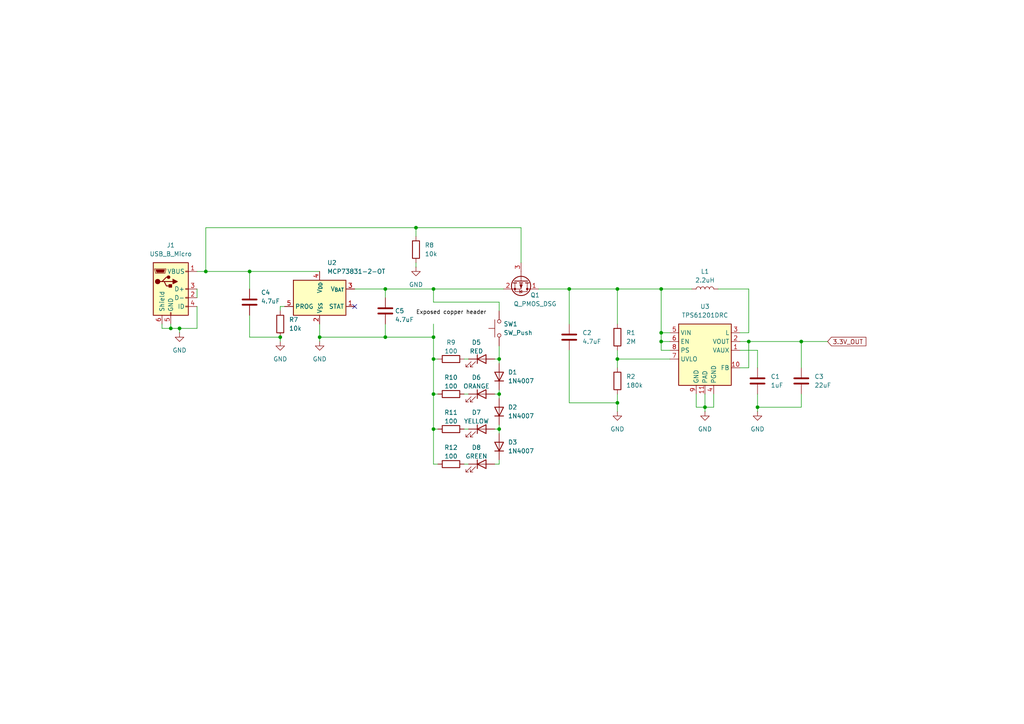
<source format=kicad_sch>
(kicad_sch (version 20231120) (generator "eeschema") (generator_version "8.0")
  (paper "A4")
  (title_block (title "USB C Battery Charger and Source"))
  (lib_symbols
    (symbol "Battery_Management:MCP73831-2-OT"
      (property "Reference" "U" (at -7.62 6.35 0))
      (property "Value" "MCP73831-2-OT" (at 1.27 6.35 0))
      (symbol "MCP73831-2-OT_0_1"
        (rectangle (start -7.62 5.08) (end 7.62 -5.08) (stroke (width 0.254)) (fill (type background)))
      )
      (symbol "MCP73831-2-OT_1_1"
        (pin tri_state line (at 10.16 -2.54 180) (length 2.54) (name "STAT") (number "1"))
        (pin power_in line (at 0 -7.62 90) (length 2.54) (name "V_{SS}") (number "2"))
        (pin power_out line (at 10.16 2.54 180) (length 2.54) (name "V_{BAT}") (number "3"))
        (pin power_in line (at 0 7.62 270) (length 2.54) (name "V_{DD}") (number "4"))
        (pin input line (at -10.16 -2.54 0) (length 2.54) (name "PROG") (number "5"))
      )
    )
    (symbol "Connector:USB_B_Micro" (pin_names (offset 1.016))
      (property "Reference" "J" (at -5.08 11.43 0))
      (property "Value" "USB_B_Micro" (at -5.08 8.89 0))
      (symbol "USB_B_Micro_0_1"
        (rectangle (start -5.08 -7.62) (end 5.08 7.62) (stroke (width 0.254)) (fill (type background)))
        (circle (center -3.81 2.159) (radius 0.635) (stroke (width 0.254)) (fill (type outline)))
        (circle (center -0.635 3.429) (radius 0.381) (stroke (width 0.254)) (fill (type outline)))
        (rectangle (start -0.127 -7.62) (end 0.127 -6.858))
        (polyline (pts (xy -1.905 2.159) (xy 0.635 2.159)) (stroke (width 0.254)))
        (polyline (pts (xy -3.175 2.159) (xy -2.54 2.159) (xy -1.27 3.429) (xy -0.635 3.429)) (stroke (width 0.254)))
        (polyline (pts (xy -2.54 2.159) (xy -1.905 2.159) (xy -1.27 0.889) (xy 0 0.889)) (stroke (width 0.254)))
        (polyline (pts (xy 0.635 2.794) (xy 0.635 1.524) (xy 1.905 2.159) (xy 0.635 2.794)) (stroke (width 0.254)) (fill (type outline)))
        (polyline (pts (xy -4.318 5.588) (xy -1.778 5.588) (xy -2.032 4.826) (xy -4.064 4.826) (xy -4.318 5.588)) (fill (type outline)))
        (polyline (pts (xy -4.699 5.842) (xy -4.699 5.588) (xy -4.445 4.826) (xy -4.445 4.572) (xy -1.651 4.572) (xy -1.651 4.826) (xy -1.397 5.588) (xy -1.397 5.842) (xy -4.699 5.842)))
        (rectangle (start 0.254 1.27) (end -0.508 0.508) (stroke (width 0.254)) (fill (type outline)))
        (rectangle (start 5.08 -5.207) (end 4.318 -4.953))
        (rectangle (start 5.08 -2.667) (end 4.318 -2.413))
        (rectangle (start 5.08 -0.127) (end 4.318 0.127))
        (rectangle (start 5.08 4.953) (end 4.318 5.207))
      )
      (symbol "USB_B_Micro_1_1"
        (pin power_out line (at 7.62 5.08 180) (length 2.54) (name "VBUS") (number "1"))
        (pin bidirectional line (at 7.62 -2.54 180) (length 2.54) (name "D-") (number "2"))
        (pin bidirectional line (at 7.62 0 180) (length 2.54) (name "D+") (number "3"))
        (pin passive line (at 7.62 -5.08 180) (length 2.54) (name "ID") (number "4"))
        (pin power_out line (at 0 -10.16 90) (length 2.54) (name "GND") (number "5"))
        (pin passive line (at -2.54 -10.16 90) (length 2.54) (name "Shield") (number "6"))
      )
    )
    (symbol "Device:C" (pin_numbers hide) (pin_names (offset 0.254))
      (property "Reference" "C" (at 0.635 2.54 0))
      (property "Value" "C" (at 0.635 -2.54 0))
      (symbol "C_0_1"
        (polyline (pts (xy -2.032 -0.762) (xy 2.032 -0.762)) (stroke (width 0.508)))
        (polyline (pts (xy -2.032 0.762) (xy 2.032 0.762)) (stroke (width 0.508)))
      )
      (symbol "C_1_1"
        (pin passive line (at 0 3.81 270) (length 2.794) (name "~") (number "1"))
        (pin passive line (at 0 -3.81 90) (length 2.794) (name "~") (number "2"))
      )
    )
    (symbol "Device:L" (pin_numbers hide) (pin_names (offset 1.016) hide)
      (property "Reference" "L" (at -1.27 0 90))
      (property "Value" "L" (at 1.905 0 90))
      (symbol "L_0_1"
        (arc (start 0 -2.54) (mid 0.6323 -1.905) (end 0 -1.27))
        (arc (start 0 -1.27) (mid 0.6323 -0.635) (end 0 0))
        (arc (start 0 0) (mid 0.6323 0.635) (end 0 1.27))
        (arc (start 0 1.27) (mid 0.6323 1.905) (end 0 2.54))
      )
      (symbol "L_1_1"
        (pin passive line (at 0 3.81 270) (length 1.27) (name "1") (number "1"))
        (pin passive line (at 0 -3.81 90) (length 1.27) (name "2") (number "2"))
      )
    )
    (symbol "Device:LED" (pin_numbers hide) (pin_names (offset 1.016) hide)
      (property "Reference" "D" (at 0 2.54 0))
      (property "Value" "LED" (at 0 -2.54 0))
      (symbol "LED_0_1"
        (polyline (pts (xy -1.27 -1.27) (xy -1.27 1.27)) (stroke (width 0.254)))
        (polyline (pts (xy -1.27 0) (xy 1.27 0)))
        (polyline (pts (xy 1.27 -1.27) (xy 1.27 1.27) (xy -1.27 0) (xy 1.27 -1.27)) (stroke (width 0.254)))
        (polyline (pts (xy -3.048 -0.762) (xy -4.572 -2.286) (xy -3.81 -2.286) (xy -4.572 -2.286) (xy -4.572 -1.524)))
        (polyline (pts (xy -1.778 -0.762) (xy -3.302 -2.286) (xy -2.54 -2.286) (xy -3.302 -2.286) (xy -3.302 -1.524)))
      )
      (symbol "LED_1_1"
        (pin passive line (at -3.81 0 0) (length 2.54) (name "K") (number "1"))
        (pin passive line (at 3.81 0 180) (length 2.54) (name "A") (number "2"))
      )
    )
    (symbol "Device:Q_PMOS_DSG" (pin_names (offset 0) hide)
      (property "Reference" "Q" (at 5.08 1.27 0))
      (property "Value" "Q_PMOS_DSG" (at 5.08 -1.27 0))
      (symbol "Q_PMOS_DSG_0_1"
        (polyline (pts (xy 0.254 0) (xy -2.54 0)))
        (polyline (pts (xy 0.254 1.905) (xy 0.254 -1.905)) (stroke (width 0.254)))
        (polyline (pts (xy 0.762 -1.27) (xy 0.762 -2.286)) (stroke (width 0.254)))
        (polyline (pts (xy 0.762 0.508) (xy 0.762 -0.508)) (stroke (width 0.254)))
        (polyline (pts (xy 0.762 2.286) (xy 0.762 1.27)) (stroke (width 0.254)))
        (polyline (pts (xy 2.54 2.54) (xy 2.54 1.778)))
        (polyline (pts (xy 2.54 -2.54) (xy 2.54 0) (xy 0.762 0)))
        (polyline (pts (xy 0.762 1.778) (xy 3.302 1.778) (xy 3.302 -1.778) (xy 0.762 -1.778)))
        (polyline (pts (xy 2.286 0) (xy 1.27 0.381) (xy 1.27 -0.381) (xy 2.286 0)) (fill (type outline)))
        (polyline (pts (xy 2.794 -0.508) (xy 2.921 -0.381) (xy 3.683 -0.381) (xy 3.81 -0.254)))
        (polyline (pts (xy 3.302 -0.381) (xy 2.921 0.254) (xy 3.683 0.254) (xy 3.302 -0.381)))
        (circle (center 1.651 0) (radius 2.794) (stroke (width 0.254)))
        (circle (center 2.54 -1.778) (radius 0.254) (fill (type outline)))
        (circle (center 2.54 1.778) (radius 0.254) (fill (type outline)))
      )
      (symbol "Q_PMOS_DSG_1_1"
        (pin passive line (at 2.54 5.08 270) (length 2.54) (name "D") (number "1"))
        (pin passive line (at 2.54 -5.08 90) (length 2.54) (name "S") (number "2"))
        (pin input line (at -5.08 0 0) (length 2.54) (name "G") (number "3"))
      )
    )
    (symbol "Device:R" (pin_numbers hide) (pin_names (offset 0))
      (property "Reference" "R" (at 2.032 0 90))
      (property "Value" "R" (at 0 0 90))
      (symbol "R_0_1"
        (rectangle (start -1.016 -2.54) (end 1.016 2.54) (stroke (width 0.254)))
      )
      (symbol "R_1_1"
        (pin passive line (at 0 3.81 270) (length 1.27) (name "~") (number "1"))
        (pin passive line (at 0 -3.81 90) (length 1.27) (name "~") (number "2"))
      )
    )
    (symbol "Diode:1N4007" (pin_numbers hide) (pin_names hide)
      (property "Reference" "D" (at 0 2.54 0))
      (property "Value" "1N4007" (at 0 -2.54 0))
      (symbol "1N4007_0_1"
        (polyline (pts (xy -1.27 1.27) (xy -1.27 -1.27)) (stroke (width 0.254)))
        (polyline (pts (xy 1.27 0) (xy -1.27 0)))
        (polyline (pts (xy 1.27 1.27) (xy 1.27 -1.27) (xy -1.27 0) (xy 1.27 1.27)) (stroke (width 0.254)))
      )
      (symbol "1N4007_1_1"
        (pin passive line (at -3.81 0 0) (length 2.54) (name "K") (number "1"))
        (pin passive line (at 3.81 0 180) (length 2.54) (name "A") (number "2"))
      )
    )
    (symbol "Regulator_Switching:TPS61201DRC"
      (property "Reference" "U" (at -10.16 8.89 0))
      (property "Value" "TPS61201DRC" (at -2.54 8.89 0))
      (symbol "TPS61201DRC_0_1"
        (rectangle (start -7.62 7.62) (end 7.62 -10.16) (stroke (width 0.254)) (fill (type background)))
      )
      (symbol "TPS61201DRC_1_1"
        (pin bidirectional line (at 10.16 0 180) (length 2.54) (name "VAUX") (number "1"))
        (pin input line (at 10.16 -5.08 180) (length 2.54) (name "FB") (number "10"))
        (pin power_in line (at 0 -12.7 90) (length 2.54) (name "PAD") (number "11"))
        (pin power_out line (at 10.16 2.54 180) (length 2.54) (name "VOUT") (number "2"))
        (pin input line (at 10.16 5.08 180) (length 2.54) (name "L") (number "3"))
        (pin power_in line (at 2.54 -12.7 90) (length 2.54) (name "PGND") (number "4"))
        (pin power_in line (at -10.16 5.08 0) (length 2.54) (name "VIN") (number "5"))
        (pin input line (at -10.16 2.54 0) (length 2.54) (name "EN") (number "6"))
        (pin input line (at -10.16 -2.54 0) (length 2.54) (name "UVLO") (number "7"))
        (pin input line (at -10.16 0 0) (length 2.54) (name "PS") (number "8"))
        (pin power_in line (at -2.54 -12.7 90) (length 2.54) (name "GND") (number "9"))
      )
    )
    (symbol "Switch:SW_Push" (pin_numbers hide) (pin_names (offset 1.016) hide)
      (property "Reference" "SW" (at 1.27 2.54 0))
      (property "Value" "SW_Push" (at 0 -1.524 0))
      (symbol "SW_Push_0_1"
        (circle (center -2.032 0) (radius 0.508))
        (polyline (pts (xy 0 1.27) (xy 0 3.048)))
        (polyline (pts (xy 2.54 1.27) (xy -2.54 1.27)))
        (circle (center 2.032 0) (radius 0.508))
        (pin passive line (at -5.08 0 0) (length 2.54) (name "1") (number "1"))
        (pin passive line (at 5.08 0 180) (length 2.54) (name "2") (number "2"))
      )
    )
    (symbol "power:GND" (power) (pin_numbers hide) (pin_names (offset 0) hide)
      (property "Value" "GND" (at 0 -3.81 0))
      (symbol "GND_0_1"
        (polyline (pts (xy 0 0) (xy 0 -1.27) (xy 1.27 -1.27) (xy 0 -2.54) (xy -1.27 -1.27) (xy 0 -1.27)))
      )
      (symbol "GND_1_1"
        (pin power_in line (at 0 0 270) (length 0) (name "~") (number "1"))
      )
    )
  )
  (junction (at 52.07 95.25))
  (junction (at 49.53 95.25))
  (junction (at 144.78 104.14))
  (junction (at 59.69 78.74))
  (junction (at 125.73 124.46))
  (junction (at 232.41 99.06))
  (junction (at 125.73 83.82))
  (junction (at 111.76 97.79))
  (junction (at 191.77 99.06))
  (junction (at 144.78 114.3))
  (junction (at 204.47 118.11))
  (junction (at 217.17 99.06))
  (junction (at 125.73 104.14))
  (junction (at 144.78 124.46))
  (junction (at 92.71 97.79))
  (junction (at 165.1 83.82))
  (junction (at 120.65 66.04))
  (junction (at 219.71 118.11))
  (junction (at 179.07 116.84))
  (junction (at 72.39 78.74))
  (junction (at 179.07 83.82))
  (junction (at 179.07 104.14))
  (junction (at 111.76 83.82))
  (junction (at 191.77 83.82))
  (junction (at 125.73 114.3))
  (junction (at 125.73 97.79))
  (junction (at 81.28 97.79))
  (junction (at 191.77 96.52))
  (no_connect (at 102.87 88.9))
  (wire (pts (xy 179.07 116.84) (xy 179.07 114.3)))
  (wire (pts (xy 134.62 104.14) (xy 135.89 104.14)))
  (wire (pts (xy 59.69 78.74) (xy 72.39 78.74)))
  (wire (pts (xy 125.73 124.46) (xy 127 124.46)))
  (wire (pts (xy 111.76 83.82) (xy 102.87 83.82)))
  (wire (pts (xy 59.69 66.04) (xy 120.65 66.04)))
  (wire (pts (xy 191.77 83.82) (xy 200.66 83.82)))
  (wire (pts (xy 52.07 95.25) (xy 49.53 95.25)))
  (wire (pts (xy 151.13 66.04) (xy 151.13 76.2)))
  (wire (pts (xy 143.51 134.62) (xy 144.78 134.62)))
  (wire (pts (xy 92.71 97.79) (xy 92.71 99.06)))
  (wire (pts (xy 217.17 106.68) (xy 217.17 99.06)))
  (wire (pts (xy 201.93 118.11) (xy 201.93 114.3)))
  (wire (pts (xy 59.69 78.74) (xy 59.69 66.04)))
  (wire (pts (xy 127 134.62) (xy 125.73 134.62)))
  (wire (pts (xy 81.28 88.9) (xy 81.28 90.17)))
  (wire (pts (xy 219.71 118.11) (xy 219.71 114.3)))
  (wire (pts (xy 191.77 101.6) (xy 191.77 99.06)))
  (wire (pts (xy 219.71 118.11) (xy 232.41 118.11)))
  (wire (pts (xy 179.07 119.38) (xy 179.07 116.84)))
  (wire (pts (xy 144.78 114.3) (xy 144.78 115.57)))
  (wire (pts (xy 232.41 118.11) (xy 232.41 114.3)))
  (wire (pts (xy 125.73 83.82) (xy 146.05 83.82)))
  (wire (pts (xy 125.73 114.3) (xy 125.73 104.14)))
  (wire (pts (xy 92.71 97.79) (xy 111.76 97.79)))
  (wire (pts (xy 165.1 83.82) (xy 179.07 83.82)))
  (wire (pts (xy 144.78 113.03) (xy 144.78 114.3)))
  (wire (pts (xy 57.15 83.82) (xy 57.15 86.36)))
  (wire (pts (xy 57.15 88.9) (xy 57.15 95.25)))
  (wire (pts (xy 82.55 88.9) (xy 81.28 88.9)))
  (wire (pts (xy 52.07 95.25) (xy 52.07 96.52)))
  (wire (pts (xy 217.17 96.52) (xy 214.63 96.52)))
  (wire (pts (xy 125.73 104.14) (xy 127 104.14)))
  (wire (pts (xy 125.73 114.3) (xy 127 114.3)))
  (wire (pts (xy 207.01 114.3) (xy 207.01 118.11)))
  (wire (pts (xy 214.63 99.06) (xy 217.17 99.06)))
  (wire (pts (xy 214.63 106.68) (xy 217.17 106.68)))
  (wire (pts (xy 46.99 93.98) (xy 46.99 95.25)))
  (wire (pts (xy 194.31 104.14) (xy 179.07 104.14)))
  (wire (pts (xy 72.39 91.44) (xy 72.39 97.79)))
  (wire (pts (xy 125.73 134.62) (xy 125.73 124.46)))
  (wire (pts (xy 120.65 76.2) (xy 120.65 77.47)))
  (wire (pts (xy 111.76 86.36) (xy 111.76 83.82)))
  (wire (pts (xy 179.07 104.14) (xy 179.07 106.68)))
  (wire (pts (xy 179.07 83.82) (xy 191.77 83.82)))
  (wire (pts (xy 144.78 124.46) (xy 144.78 125.73)))
  (wire (pts (xy 46.99 95.25) (xy 49.53 95.25)))
  (wire (pts (xy 143.51 124.46) (xy 144.78 124.46)))
  (wire (pts (xy 111.76 97.79) (xy 125.73 97.79)))
  (wire (pts (xy 165.1 116.84) (xy 179.07 116.84)))
  (wire (pts (xy 134.62 114.3) (xy 135.89 114.3)))
  (wire (pts (xy 208.28 83.82) (xy 217.17 83.82)))
  (wire (pts (xy 204.47 114.3) (xy 204.47 118.11)))
  (wire (pts (xy 204.47 118.11) (xy 201.93 118.11)))
  (wire (pts (xy 125.73 87.63) (xy 144.78 87.63)))
  (wire (pts (xy 120.65 66.04) (xy 120.65 68.58)))
  (wire (pts (xy 191.77 83.82) (xy 191.77 96.52)))
  (wire (pts (xy 232.41 99.06) (xy 232.41 106.68)))
  (wire (pts (xy 111.76 97.79) (xy 111.76 93.98)))
  (wire (pts (xy 125.73 97.79) (xy 125.73 104.14)))
  (wire (pts (xy 144.78 100.33) (xy 144.78 104.14)))
  (wire (pts (xy 204.47 119.38) (xy 204.47 118.11)))
  (wire (pts (xy 165.1 101.6) (xy 165.1 116.84)))
  (wire (pts (xy 217.17 83.82) (xy 217.17 96.52)))
  (wire (pts (xy 72.39 83.82) (xy 72.39 78.74)))
  (wire (pts (xy 134.62 134.62) (xy 135.89 134.62)))
  (wire (pts (xy 232.41 99.06) (xy 240.03 99.06)))
  (wire (pts (xy 219.71 101.6) (xy 219.71 106.68)))
  (wire (pts (xy 214.63 101.6) (xy 219.71 101.6)))
  (wire (pts (xy 165.1 93.98) (xy 165.1 83.82)))
  (wire (pts (xy 134.62 124.46) (xy 135.89 124.46)))
  (wire (pts (xy 194.31 99.06) (xy 191.77 99.06)))
  (wire (pts (xy 179.07 93.98) (xy 179.07 83.82)))
  (wire (pts (xy 111.76 83.82) (xy 125.73 83.82)))
  (wire (pts (xy 207.01 118.11) (xy 204.47 118.11)))
  (wire (pts (xy 125.73 97.79) (xy 125.73 93.98)))
  (wire (pts (xy 120.65 66.04) (xy 151.13 66.04)))
  (wire (pts (xy 125.73 124.46) (xy 125.73 114.3)))
  (wire (pts (xy 49.53 95.25) (xy 49.53 93.98)))
  (wire (pts (xy 92.71 93.98) (xy 92.71 97.79)))
  (wire (pts (xy 143.51 104.14) (xy 144.78 104.14)))
  (wire (pts (xy 143.51 114.3) (xy 144.78 114.3)))
  (wire (pts (xy 191.77 99.06) (xy 191.77 96.52)))
  (wire (pts (xy 125.73 83.82) (xy 125.73 87.63)))
  (wire (pts (xy 144.78 133.35) (xy 144.78 134.62)))
  (wire (pts (xy 179.07 104.14) (xy 179.07 101.6)))
  (wire (pts (xy 217.17 99.06) (xy 232.41 99.06)))
  (wire (pts (xy 144.78 123.19) (xy 144.78 124.46)))
  (wire (pts (xy 144.78 87.63) (xy 144.78 90.17)))
  (wire (pts (xy 219.71 119.38) (xy 219.71 118.11)))
  (wire (pts (xy 81.28 97.79) (xy 81.28 99.06)))
  (wire (pts (xy 72.39 78.74) (xy 92.71 78.74)))
  (wire (pts (xy 72.39 97.79) (xy 81.28 97.79)))
  (wire (pts (xy 144.78 104.14) (xy 144.78 105.41)))
  (wire (pts (xy 57.15 78.74) (xy 59.69 78.74)))
  (wire (pts (xy 194.31 96.52) (xy 191.77 96.52)))
  (wire (pts (xy 57.15 95.25) (xy 52.07 95.25)))
  (wire (pts (xy 194.31 101.6) (xy 191.77 101.6)))
  (wire (pts (xy 156.21 83.82) (xy 165.1 83.82)))
  (label "Exposed copper header" (at 120.65 91.44 0) (effects (font (size 1.143 1.143))))
  (global_label "3.3V_OUT" (shape input) (at 240.03 99.06 0) (property "Intersheetrefs" "${INTERSHEET_REFS}" (effects (hide yes))))
  (symbol (lib_id "power:GND") (at 219.71 119.38 0) (unit 1)
    (property "Reference" "#PWR02" (effects (hide yes)))
    (property "Value" "GND" (at 219.71 124.46 0))
    (property "Description" "Power symbol creates a global label with name \"GND\" , ground" (effects (hide yes)))
  )
  (symbol (lib_id "Device:Q_PMOS_DSG") (at 151.13 81.28 270) (unit 1)
    (property "Reference" "Q1" (at 155.194 85.598 90))
    (property "Value" "Q_PMOS_DSG" (at 155.194 88.138 90))
    (property "Footprint" "Package_DirectFET:DirectFET_MX" (effects (hide yes)))
    (property "Description" "P-MOSFET transistor, drain/source/gate" (effects (hide yes)))
  )
  (symbol (lib_id "power:GND") (at 120.65 77.47 0) (unit 1)
    (property "Reference" "#PWR012" (effects (hide yes)))
    (property "Value" "GND" (at 120.65 82.55 0))
    (property "Description" "Power symbol creates a global label with name \"GND\" , ground" (effects (hide yes)))
  )
  (symbol (lib_id "Device:R") (at 130.81 104.14 270) (unit 1)
    (property "Reference" "R9" (at 130.81 99.314 90))
    (property "Value" "100" (at 130.81 101.854 90))
    (property "Footprint" "Resistor_SMD:R_0603_1608Metric" (effects (hide yes)))
    (property "Description" "Resistor" (effects (hide yes)))
  )
  (symbol (lib_id "Switch:SW_Push") (at 144.78 95.25 90) (unit 1)
    (property "Reference" "SW1" (at 146.05 93.9799 90) (effects (justify right)))
    (property "Value" "SW_Push" (at 146.05 96.5199 90) (effects (justify right)))
    (property "Footprint" "Button_Switch_SMD:SW_Push_1P1T-MP_NO_Horizontal_Alps_SKRTLAE010" (effects (hide yes)))
    (property "Description" "Push button switch, generic, two pins" (effects (hide yes)))
  )
  (symbol (lib_id "Device:R") (at 81.28 93.98 0) (unit 1)
    (property "Reference" "R7" (at 83.82 92.7099 0) (effects (justify left)))
    (property "Value" "10k" (at 83.82 95.2499 0) (effects (justify left)))
    (property "Footprint" "Resistor_SMD:R_0603_1608Metric" (effects (hide yes)))
    (property "Description" "Resistor" (effects (hide yes)))
  )
  (symbol (lib_id "power:GND") (at 179.07 119.38 0) (unit 1)
    (property "Reference" "#PWR03" (effects (hide yes)))
    (property "Value" "GND" (at 179.07 124.46 0))
    (property "Description" "Power symbol creates a global label with name \"GND\" , ground" (effects (hide yes)))
  )
  (symbol (lib_id "Battery_Management:MCP73831-2-OT") (at 92.71 86.36 0) (unit 1)
    (property "Reference" "U2" (at 94.9041 76.2 0) (effects (justify left)))
    (property "Value" "MCP73831-2-OT" (at 94.9041 78.74 0) (effects (justify left)))
    (property "Footprint" "Package_TO_SOT_SMD:SOT-23-5" (effects (hide yes)))
    (property "Datasheet" "http://ww1.microchip.com/downloads/en/DeviceDoc/20001984g.pdf" (effects (hide yes)))
    (property "Description" "Single cell, Li-Ion/Li-Po charge management controller, 4.20V, Tri-State Status Output, in SOT23-5 package" (effects (hide yes)))
  )
  (symbol (lib_id "Device:R") (at 130.81 134.62 270) (unit 1)
    (property "Reference" "R12" (at 130.81 129.794 90))
    (property "Value" "100" (at 130.81 132.334 90))
    (property "Footprint" "Resistor_SMD:R_0603_1608Metric" (effects (hide yes)))
    (property "Description" "Resistor" (effects (hide yes)))
  )
  (symbol (lib_id "Device:C") (at 219.71 110.49 0) (unit 1)
    (property "Reference" "C1" (at 223.52 109.2199 0) (effects (justify left)))
    (property "Value" "1uF" (at 223.52 111.7599 0) (effects (justify left)))
    (property "Footprint" "Capacitor_SMD:C_0402_1005Metric" (effects (hide yes)))
    (property "Description" "Unpolarized capacitor" (effects (hide yes)))
  )
  (symbol (lib_id "power:GND") (at 204.47 119.38 0) (unit 1)
    (property "Reference" "#PWR01" (effects (hide yes)))
    (property "Value" "GND" (at 204.47 124.46 0))
    (property "Description" "Power symbol creates a global label with name \"GND\" , ground" (effects (hide yes)))
  )
  (symbol (lib_id "power:GND") (at 92.71 99.06 0) (unit 1)
    (property "Reference" "#PWR011" (effects (hide yes)))
    (property "Value" "GND" (at 92.71 104.14 0))
    (property "Description" "Power symbol creates a global label with name \"GND\" , ground" (effects (hide yes)))
  )
  (symbol (lib_id "Device:C") (at 72.39 87.63 0) (unit 1)
    (property "Reference" "C4" (at 75.692 84.836 0) (effects (justify left)))
    (property "Value" "4.7uF" (at 75.692 87.376 0) (effects (justify left)))
    (property "Footprint" "Capacitor_SMD:C_0603_1608Metric" (effects (hide yes)))
    (property "Description" "Unpolarized capacitor" (effects (hide yes)))
  )
  (symbol (lib_id "Device:R") (at 130.81 124.46 270) (unit 1)
    (property "Reference" "R11" (at 130.81 119.634 90))
    (property "Value" "100" (at 130.81 122.174 90))
    (property "Footprint" "Resistor_SMD:R_0603_1608Metric" (effects (hide yes)))
    (property "Description" "Resistor" (effects (hide yes)))
  )
  (symbol (lib_id "Device:LED") (at 139.7 124.46 0) (unit 1)
    (property "Reference" "D7" (at 138.176 119.634 0))
    (property "Value" "YELLOW" (at 138.176 122.174 0))
    (property "Footprint" "LED_SMD:LED_0201_0603Metric" (effects (hide yes)))
    (property "Description" "Light emitting diode" (effects (hide yes)))
  )
  (symbol (lib_id "Device:LED") (at 139.7 104.14 0) (unit 1)
    (property "Reference" "D5" (at 138.176 99.314 0))
    (property "Value" "RED" (at 138.176 101.854 0))
    (property "Footprint" "LED_SMD:LED_0201_0603Metric" (effects (hide yes)))
    (property "Description" "Light emitting diode" (effects (hide yes)))
  )
  (symbol (lib_id "power:GND") (at 52.07 96.52 0) (unit 1)
    (property "Reference" "#PWR05" (effects (hide yes)))
    (property "Value" "GND" (at 52.07 101.6 0))
    (property "Description" "Power symbol creates a global label with name \"GND\" , ground" (effects (hide yes)))
  )
  (symbol (lib_id "Device:LED") (at 139.7 134.62 0) (unit 1)
    (property "Reference" "D8" (at 138.176 129.794 0))
    (property "Value" "GREEN" (at 138.176 132.334 0))
    (property "Footprint" "LED_SMD:LED_0201_0603Metric" (effects (hide yes)))
    (property "Description" "Light emitting diode" (effects (hide yes)))
  )
  (symbol (lib_id "Device:L") (at 204.47 83.82 90) (unit 1)
    (property "Reference" "L1" (at 204.47 78.74 90))
    (property "Value" "2.2uH" (at 204.47 81.28 90))
    (property "Footprint" "Inductor_SMD:L_0603_1608Metric" (effects (hide yes)))
    (property "Description" "Inductor" (effects (hide yes)))
  )
  (symbol (lib_id "Device:LED") (at 139.7 114.3 0) (unit 1)
    (property "Reference" "D6" (at 138.176 109.474 0))
    (property "Value" "ORANGE" (at 138.176 112.014 0))
    (property "Footprint" "LED_SMD:LED_0201_0603Metric" (effects (hide yes)))
    (property "Description" "Light emitting diode" (effects (hide yes)))
  )
  (symbol (lib_id "Diode:1N4007") (at 144.78 129.54 90) (unit 1)
    (property "Reference" "D3" (at 147.32 128.2699 90) (effects (justify right)))
    (property "Value" "1N4007" (at 147.32 130.8099 90) (effects (justify right)))
    (property "Footprint" "Library:SODFL3818X130N" (effects (hide yes)))
    (property "Datasheet" "http://www.vishay.com/docs/88503/1n4001.pdf" (effects (hide yes)))
    (property "Description" "1000V 1A General Purpose Rectifier Diode, DO-41" (effects (hide yes)))
    (property "Sim.Device" "D" (effects (hide yes)))
    (property "Sim.Pins" "1=K 2=A" (effects (hide yes)))
  )
  (symbol (lib_id "Regulator_Switching:TPS61201DRC") (at 204.47 101.6 0) (unit 1)
    (property "Reference" "U3" (at 204.47 88.9 0))
    (property "Value" "TPS61201DRC" (at 204.47 91.44 0))
    (property "Footprint" "Library:TPS61201DRC" (effects (hide yes)))
    (property "Datasheet" "http://www.ti.com/lit/ds/symlink/tps61200.pdf" (effects (hide yes)))
    (property "Description" "Low Input Voltage Synchronous Boost Converter With 1.3A Switches, Fixed 5V Output Voltage, 0.3-5.5V Input Voltage, VSON-10" (effects (hide yes)))
  )
  (symbol (lib_id "Device:R") (at 179.07 110.49 0) (unit 1)
    (property "Reference" "R2" (at 181.61 109.2199 0) (effects (justify left)))
    (property "Value" "180k" (at 181.61 111.7599 0) (effects (justify left)))
    (property "Footprint" "Resistor_SMD:R_0603_1608Metric" (effects (hide yes)))
    (property "Description" "Resistor" (effects (hide yes)))
  )
  (symbol (lib_id "Device:R") (at 130.81 114.3 270) (unit 1)
    (property "Reference" "R10" (at 130.81 109.474 90))
    (property "Value" "100" (at 130.81 112.014 90))
    (property "Footprint" "Resistor_SMD:R_0603_1608Metric" (effects (hide yes)))
    (property "Description" "Resistor" (effects (hide yes)))
  )
  (symbol (lib_id "Device:R") (at 120.65 72.39 0) (unit 1)
    (property "Reference" "R8" (at 123.19 71.1199 0) (effects (justify left)))
    (property "Value" "10k" (at 123.19 73.6599 0) (effects (justify left)))
    (property "Footprint" "Resistor_SMD:R_0603_1608Metric" (effects (hide yes)))
    (property "Description" "Resistor" (effects (hide yes)))
  )
  (symbol (lib_id "Device:C") (at 165.1 97.79 0) (unit 1)
    (property "Reference" "C2" (at 168.91 96.5199 0) (effects (justify left)))
    (property "Value" "4.7uF" (at 168.91 99.0599 0) (effects (justify left)))
    (property "Footprint" "Capacitor_SMD:C_0603_1608Metric" (effects (hide yes)))
    (property "Description" "Unpolarized capacitor" (effects (hide yes)))
  )
  (symbol (lib_id "Device:R") (at 179.07 97.79 0) (unit 1)
    (property "Reference" "R1" (at 181.61 96.5199 0) (effects (justify left)))
    (property "Value" "2M" (at 181.61 99.0599 0) (effects (justify left)))
    (property "Footprint" "Resistor_SMD:R_0603_1608Metric" (effects (hide yes)))
    (property "Description" "Resistor" (effects (hide yes)))
  )
  (symbol (lib_id "Connector:USB_B_Micro") (at 49.53 83.82 0) (unit 1)
    (property "Reference" "J1" (at 49.53 71.12 0))
    (property "Value" "USB_B_Micro" (at 49.53 73.66 0))
    (property "Footprint" "Connector_USB:USB_Micro-B_Amphenol_10118193-0001LF_Horizontal" (effects (hide yes)))
    (property "Description" "USB Micro Type B connector" (effects (hide yes)))
  )
  (symbol (lib_id "Device:C") (at 232.41 110.49 0) (unit 1)
    (property "Reference" "C3" (at 236.22 109.2199 0) (effects (justify left)))
    (property "Value" "22uF" (at 236.22 111.7599 0) (effects (justify left)))
    (property "Footprint" "Capacitor_SMD:C_0805_2012Metric" (effects (hide yes)))
    (property "Description" "Unpolarized capacitor" (effects (hide yes)))
  )
  (symbol (lib_id "Diode:1N4007") (at 144.78 109.22 90) (unit 1)
    (property "Reference" "D1" (at 147.32 107.9499 90) (effects (justify right)))
    (property "Value" "1N4007" (at 147.32 110.4899 90) (effects (justify right)))
    (property "Footprint" "Library:SODFL3818X130N" (effects (hide yes)))
    (property "Datasheet" "http://www.vishay.com/docs/88503/1n4001.pdf" (effects (hide yes)))
    (property "Description" "1000V 1A General Purpose Rectifier Diode, DO-41" (effects (hide yes)))
    (property "Sim.Device" "D" (effects (hide yes)))
    (property "Sim.Pins" "1=K 2=A" (effects (hide yes)))
  )
  (symbol (lib_id "power:GND") (at 81.28 99.06 0) (unit 1)
    (property "Reference" "#PWR010" (effects (hide yes)))
    (property "Value" "GND" (at 81.28 104.14 0))
    (property "Description" "Power symbol creates a global label with name \"GND\" , ground" (effects (hide yes)))
  )
  (symbol (lib_id "Diode:1N4007") (at 144.78 119.38 90) (unit 1)
    (property "Reference" "D2" (at 147.32 118.1099 90) (effects (justify right)))
    (property "Value" "1N4007" (at 147.32 120.6499 90) (effects (justify right)))
    (property "Footprint" "Library:SODFL3818X130N" (effects (hide yes)))
    (property "Datasheet" "http://www.vishay.com/docs/88503/1n4001.pdf" (effects (hide yes)))
    (property "Description" "1000V 1A General Purpose Rectifier Diode, DO-41" (effects (hide yes)))
    (property "Sim.Device" "D" (effects (hide yes)))
    (property "Sim.Pins" "1=K 2=A" (effects (hide yes)))
  )
  (symbol (lib_id "Device:C") (at 111.76 90.17 0) (unit 1)
    (property "Reference" "C5" (at 114.554 90.17 0) (effects (justify left)))
    (property "Value" "4.7uF" (at 114.554 92.71 0) (effects (justify left)))
    (property "Footprint" "Capacitor_SMD:C_0603_1608Metric" (effects (hide yes)))
    (property "Description" "Unpolarized capacitor" (effects (hide yes)))
  )
)
</source>
